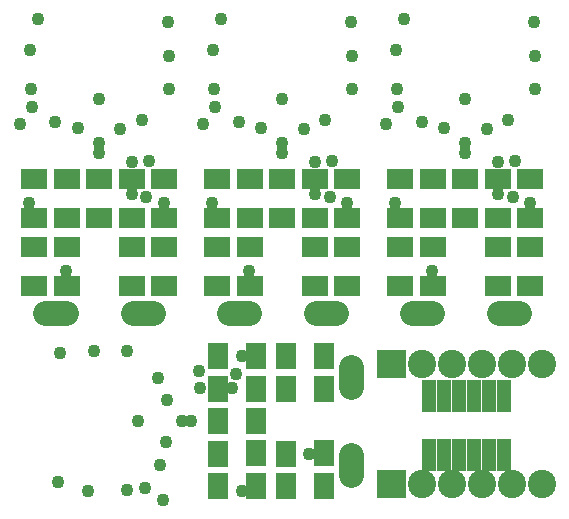
<source format=gbr>
%FSLAX34Y34*%
%MOMM*%
%LNSOLDERMASK_BOTTOM*%
G71*
G01*
%ADD10C, 2.400*%
%ADD11R, 1.200X2.800*%
%ADD12C, 1.100*%
%ADD13C, 2.100*%
%ADD14R, 2.200X1.700*%
%ADD15R, 1.700X2.200*%
%LPD*%
G36*
X343597Y-459325D02*
X367597Y-459325D01*
X367597Y-483325D01*
X343597Y-483325D01*
X343597Y-459325D01*
G37*
X380997Y-471325D02*
G54D10*
D03*
X406397Y-471325D02*
G54D10*
D03*
X431797Y-471325D02*
G54D10*
D03*
X457197Y-471325D02*
G54D10*
D03*
X457197Y-369725D02*
G54D10*
D03*
X431797Y-369725D02*
G54D10*
D03*
X406397Y-369725D02*
G54D10*
D03*
X380997Y-369725D02*
G54D10*
D03*
G36*
X343597Y-357725D02*
X367597Y-357725D01*
X367597Y-381725D01*
X343597Y-381725D01*
X343597Y-357725D01*
G37*
X482597Y-471325D02*
G54D10*
D03*
X482597Y-369725D02*
G54D10*
D03*
X387000Y-397000D02*
G54D11*
D03*
X399700Y-397000D02*
G54D11*
D03*
X412400Y-397000D02*
G54D11*
D03*
X425100Y-397000D02*
G54D11*
D03*
X437800Y-397000D02*
G54D11*
D03*
X450500Y-397000D02*
G54D11*
D03*
X450500Y-447000D02*
G54D11*
D03*
X437800Y-447000D02*
G54D11*
D03*
X425100Y-447000D02*
G54D11*
D03*
X412400Y-447000D02*
G54D11*
D03*
X399700Y-447000D02*
G54D11*
D03*
X387000Y-447000D02*
G54D11*
D03*
X108000Y-146000D02*
G54D12*
D03*
X166000Y-80000D02*
G54D12*
D03*
X167000Y-109000D02*
G54D12*
D03*
X167000Y-137000D02*
G54D12*
D03*
X126000Y-171000D02*
G54D12*
D03*
X90000Y-170000D02*
G54D12*
D03*
X50000Y-137000D02*
G54D12*
D03*
X49000Y-104000D02*
G54D12*
D03*
X56000Y-78000D02*
G54D12*
D03*
G54D13*
X136500Y-326500D02*
X153500Y-326500D01*
G54D13*
X62500Y-326500D02*
X79500Y-326500D01*
X52900Y-213600D02*
G54D14*
D03*
X53000Y-246100D02*
G54D14*
D03*
X80400Y-213600D02*
G54D14*
D03*
X80500Y-246100D02*
G54D14*
D03*
X107900Y-213600D02*
G54D14*
D03*
X108000Y-246100D02*
G54D14*
D03*
X135400Y-213600D02*
G54D14*
D03*
X135500Y-246100D02*
G54D14*
D03*
X162900Y-213600D02*
G54D14*
D03*
X163000Y-246100D02*
G54D14*
D03*
X52900Y-271100D02*
G54D14*
D03*
X53000Y-303600D02*
G54D14*
D03*
X80400Y-271100D02*
G54D14*
D03*
X80500Y-303600D02*
G54D14*
D03*
X135400Y-271100D02*
G54D14*
D03*
X135500Y-303600D02*
G54D14*
D03*
X162900Y-271100D02*
G54D14*
D03*
X163000Y-303600D02*
G54D14*
D03*
X150000Y-198000D02*
G54D12*
D03*
X163000Y-234000D02*
G54D12*
D03*
X136000Y-226000D02*
G54D12*
D03*
X136000Y-199000D02*
G54D12*
D03*
X144000Y-163000D02*
G54D12*
D03*
X148000Y-229000D02*
G54D12*
D03*
X48500Y-234000D02*
G54D12*
D03*
X71000Y-165000D02*
G54D12*
D03*
X41000Y-167000D02*
G54D12*
D03*
X80000Y-291000D02*
G54D12*
D03*
X51000Y-152000D02*
G54D12*
D03*
X108000Y-183000D02*
G54D12*
D03*
X108000Y-191000D02*
G54D12*
D03*
X263000Y-146000D02*
G54D12*
D03*
X321000Y-80000D02*
G54D12*
D03*
X322000Y-109000D02*
G54D12*
D03*
X322000Y-137000D02*
G54D12*
D03*
X281000Y-171000D02*
G54D12*
D03*
X245000Y-170000D02*
G54D12*
D03*
X205000Y-137000D02*
G54D12*
D03*
X204000Y-104000D02*
G54D12*
D03*
X211000Y-78000D02*
G54D12*
D03*
G54D13*
X291500Y-326500D02*
X308500Y-326500D01*
G54D13*
X217500Y-326500D02*
X234500Y-326500D01*
X207900Y-213600D02*
G54D14*
D03*
X208000Y-246100D02*
G54D14*
D03*
X235400Y-213600D02*
G54D14*
D03*
X235500Y-246100D02*
G54D14*
D03*
X262900Y-213600D02*
G54D14*
D03*
X263000Y-246100D02*
G54D14*
D03*
X290400Y-213600D02*
G54D14*
D03*
X290500Y-246100D02*
G54D14*
D03*
X317900Y-213600D02*
G54D14*
D03*
X318000Y-246100D02*
G54D14*
D03*
X207900Y-271100D02*
G54D14*
D03*
X208000Y-303600D02*
G54D14*
D03*
X235400Y-271100D02*
G54D14*
D03*
X235500Y-303600D02*
G54D14*
D03*
X290400Y-271100D02*
G54D14*
D03*
X290500Y-303600D02*
G54D14*
D03*
X317900Y-271100D02*
G54D14*
D03*
X318000Y-303600D02*
G54D14*
D03*
X305000Y-198000D02*
G54D12*
D03*
X318000Y-234000D02*
G54D12*
D03*
X291000Y-226000D02*
G54D12*
D03*
X291000Y-199000D02*
G54D12*
D03*
X299000Y-163000D02*
G54D12*
D03*
X303000Y-229000D02*
G54D12*
D03*
X203500Y-234000D02*
G54D12*
D03*
X226000Y-165000D02*
G54D12*
D03*
X196000Y-167000D02*
G54D12*
D03*
X235000Y-291000D02*
G54D12*
D03*
X206000Y-152000D02*
G54D12*
D03*
X263000Y-183000D02*
G54D12*
D03*
X263000Y-191000D02*
G54D12*
D03*
X418000Y-146000D02*
G54D12*
D03*
X476000Y-80000D02*
G54D12*
D03*
X477000Y-109000D02*
G54D12*
D03*
X477000Y-137000D02*
G54D12*
D03*
X436000Y-171000D02*
G54D12*
D03*
X400000Y-170000D02*
G54D12*
D03*
X360000Y-137000D02*
G54D12*
D03*
X359000Y-104000D02*
G54D12*
D03*
X366000Y-78000D02*
G54D12*
D03*
G54D13*
X446500Y-326500D02*
X463500Y-326500D01*
G54D13*
X372500Y-326500D02*
X389500Y-326500D01*
X362900Y-213600D02*
G54D14*
D03*
X363000Y-246100D02*
G54D14*
D03*
X390400Y-213600D02*
G54D14*
D03*
X390500Y-246100D02*
G54D14*
D03*
X417900Y-213600D02*
G54D14*
D03*
X418000Y-246100D02*
G54D14*
D03*
X445400Y-213600D02*
G54D14*
D03*
X445500Y-246100D02*
G54D14*
D03*
X472900Y-213600D02*
G54D14*
D03*
X473000Y-246100D02*
G54D14*
D03*
X362900Y-271100D02*
G54D14*
D03*
X363000Y-303600D02*
G54D14*
D03*
X390400Y-271100D02*
G54D14*
D03*
X390500Y-303600D02*
G54D14*
D03*
X445400Y-271100D02*
G54D14*
D03*
X445500Y-303600D02*
G54D14*
D03*
X472900Y-271100D02*
G54D14*
D03*
X473000Y-303600D02*
G54D14*
D03*
X460000Y-198000D02*
G54D12*
D03*
X473000Y-234000D02*
G54D12*
D03*
X446000Y-226000D02*
G54D12*
D03*
X446000Y-199000D02*
G54D12*
D03*
X454000Y-163000D02*
G54D12*
D03*
X458000Y-229000D02*
G54D12*
D03*
X358500Y-234000D02*
G54D12*
D03*
X381000Y-165000D02*
G54D12*
D03*
X351000Y-167000D02*
G54D12*
D03*
X390000Y-291000D02*
G54D12*
D03*
X361000Y-152000D02*
G54D12*
D03*
X418000Y-183000D02*
G54D12*
D03*
X418000Y-191000D02*
G54D12*
D03*
X140750Y-418250D02*
G54D12*
D03*
X74750Y-360250D02*
G54D12*
D03*
X103750Y-359250D02*
G54D12*
D03*
X131750Y-359250D02*
G54D12*
D03*
X165750Y-400250D02*
G54D12*
D03*
X164750Y-436250D02*
G54D12*
D03*
X131750Y-476250D02*
G54D12*
D03*
X98750Y-477250D02*
G54D12*
D03*
X72750Y-470250D02*
G54D12*
D03*
G54D13*
X321250Y-389750D02*
X321250Y-372750D01*
G54D13*
X321250Y-463750D02*
X321250Y-446750D01*
X208350Y-473350D02*
G54D15*
D03*
X240850Y-473250D02*
G54D15*
D03*
X208350Y-445850D02*
G54D15*
D03*
X240850Y-445750D02*
G54D15*
D03*
X208350Y-418350D02*
G54D15*
D03*
X240850Y-418250D02*
G54D15*
D03*
X208350Y-390850D02*
G54D15*
D03*
X240850Y-390750D02*
G54D15*
D03*
X208350Y-363350D02*
G54D15*
D03*
X240850Y-363250D02*
G54D15*
D03*
X265850Y-473350D02*
G54D15*
D03*
X298350Y-473250D02*
G54D15*
D03*
X265850Y-445850D02*
G54D15*
D03*
X298350Y-445750D02*
G54D15*
D03*
X265850Y-390850D02*
G54D15*
D03*
X298350Y-390750D02*
G54D15*
D03*
X265850Y-363350D02*
G54D15*
D03*
X298350Y-363250D02*
G54D15*
D03*
X192750Y-376250D02*
G54D12*
D03*
X228750Y-363250D02*
G54D12*
D03*
X220750Y-390250D02*
G54D12*
D03*
X193750Y-390250D02*
G54D12*
D03*
X157750Y-382250D02*
G54D12*
D03*
X223750Y-378250D02*
G54D12*
D03*
X228750Y-477750D02*
G54D12*
D03*
X159750Y-455250D02*
G54D12*
D03*
X161750Y-485250D02*
G54D12*
D03*
X285750Y-446250D02*
G54D12*
D03*
X146750Y-475250D02*
G54D12*
D03*
X177750Y-418250D02*
G54D12*
D03*
X185750Y-418250D02*
G54D12*
D03*
M02*

</source>
